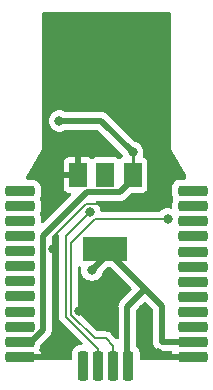
<source format=gbr>
%TF.GenerationSoftware,KiCad,Pcbnew,7.0.10*%
%TF.CreationDate,2024-05-20T02:41:19+05:30*%
%TF.ProjectId,nico-ch32v003-v1,6e69636f-2d63-4683-9332-763030332d76,rev?*%
%TF.SameCoordinates,Original*%
%TF.FileFunction,Copper,L2,Bot*%
%TF.FilePolarity,Positive*%
%FSLAX46Y46*%
G04 Gerber Fmt 4.6, Leading zero omitted, Abs format (unit mm)*
G04 Created by KiCad (PCBNEW 7.0.10) date 2024-05-20 02:41:19*
%MOMM*%
%LPD*%
G01*
G04 APERTURE LIST*
G04 Aperture macros list*
%AMRoundRect*
0 Rectangle with rounded corners*
0 $1 Rounding radius*
0 $2 $3 $4 $5 $6 $7 $8 $9 X,Y pos of 4 corners*
0 Add a 4 corners polygon primitive as box body*
4,1,4,$2,$3,$4,$5,$6,$7,$8,$9,$2,$3,0*
0 Add four circle primitives for the rounded corners*
1,1,$1+$1,$2,$3*
1,1,$1+$1,$4,$5*
1,1,$1+$1,$6,$7*
1,1,$1+$1,$8,$9*
0 Add four rect primitives between the rounded corners*
20,1,$1+$1,$2,$3,$4,$5,0*
20,1,$1+$1,$4,$5,$6,$7,0*
20,1,$1+$1,$6,$7,$8,$9,0*
20,1,$1+$1,$8,$9,$2,$3,0*%
G04 Aperture macros list end*
%TA.AperFunction,SMDPad,CuDef*%
%ADD10R,1.500000X2.000000*%
%TD*%
%TA.AperFunction,SMDPad,CuDef*%
%ADD11R,3.800000X2.000000*%
%TD*%
%TA.AperFunction,ComponentPad*%
%ADD12RoundRect,0.225000X-0.225000X1.025000X-0.225000X-1.025000X0.225000X-1.025000X0.225000X1.025000X0*%
%TD*%
%TA.AperFunction,ComponentPad*%
%ADD13RoundRect,0.225000X1.025000X0.225000X-1.025000X0.225000X-1.025000X-0.225000X1.025000X-0.225000X0*%
%TD*%
%TA.AperFunction,ComponentPad*%
%ADD14RoundRect,0.225000X-1.025000X-0.225000X1.025000X-0.225000X1.025000X0.225000X-1.025000X0.225000X0*%
%TD*%
%TA.AperFunction,ViaPad*%
%ADD15C,0.800000*%
%TD*%
%TA.AperFunction,Conductor*%
%ADD16C,0.500000*%
%TD*%
%TA.AperFunction,Conductor*%
%ADD17C,0.200000*%
%TD*%
%TA.AperFunction,Conductor*%
%ADD18C,0.250000*%
%TD*%
G04 APERTURE END LIST*
D10*
%TO.P,U2,1,GND*%
%TO.N,GND*%
X98636800Y-60376800D03*
%TO.P,U2,2,VO*%
%TO.N,+3.3V*%
X100936800Y-60376800D03*
D11*
X100936800Y-66676800D03*
D10*
%TO.P,U2,3,VI*%
%TO.N,+5V*%
X103236800Y-60376800D03*
%TD*%
D12*
%TO.P,J4,1,Pin_1*%
%TO.N,+3.3V*%
X102880000Y-76550000D03*
%TO.P,J4,2,Pin_2*%
%TO.N,PD1*%
X101610000Y-76550000D03*
%TO.P,J4,3,Pin_3*%
%TO.N,PD6*%
X100340000Y-76550000D03*
%TO.P,J4,4,Pin_4*%
%TO.N,GND*%
X99070000Y-76550000D03*
%TD*%
D13*
%TO.P,J3,1,Pin_1*%
%TO.N,GND*%
X93706000Y-75820000D03*
%TO.P,J3,2,Pin_2*%
%TO.N,+5V*%
X93686000Y-74510000D03*
%TO.P,J3,3,Pin_3*%
%TO.N,PC0*%
X93686000Y-73240000D03*
%TO.P,J3,4,Pin_4*%
%TO.N,+3.3V*%
X93686000Y-71970000D03*
%TO.P,J3,5,Pin_5*%
%TO.N,PD0*%
X93716000Y-70660000D03*
%TO.P,J3,6,Pin_6*%
%TO.N,GND*%
X93716000Y-69390000D03*
%TO.P,J3,7,Pin_7*%
%TO.N,OSCO*%
X93716000Y-68120000D03*
%TO.P,J3,8,Pin_8*%
%TO.N,OSCI*%
X93716000Y-66850000D03*
%TO.P,J3,9,Pin_9*%
%TO.N,PD7*%
X93716000Y-65580000D03*
%TO.P,J3,10,Pin_10*%
%TO.N,PD6*%
X93716000Y-64310000D03*
%TO.P,J3,11,Pin_11*%
%TO.N,DFZ*%
X93716000Y-63040000D03*
%TO.P,J3,12,Pin_12*%
%TO.N,D-*%
X93716000Y-61770000D03*
%TD*%
D14*
%TO.P,J2,1,Pin_1*%
%TO.N,D+*%
X108336000Y-61720000D03*
%TO.P,J2,2,Pin_2*%
%TO.N,PD2*%
X108356000Y-63030000D03*
%TO.P,J2,3,Pin_3*%
%TO.N,PD1*%
X108356000Y-64300000D03*
%TO.P,J2,4,Pin_4*%
%TO.N,PC7*%
X108356000Y-65570000D03*
%TO.P,J2,5,Pin_5*%
%TO.N,PC6*%
X108326000Y-66880000D03*
%TO.P,J2,6,Pin_6*%
%TO.N,PC5*%
X108326000Y-68150000D03*
%TO.P,J2,7,Pin_7*%
%TO.N,PC4*%
X108326000Y-69420000D03*
%TO.P,J2,8,Pin_8*%
%TO.N,PC3*%
X108326000Y-70690000D03*
%TO.P,J2,9,Pin_9*%
%TO.N,PC2*%
X108326000Y-71960000D03*
%TO.P,J2,10,Pin_10*%
%TO.N,PC1*%
X108326000Y-73230000D03*
%TO.P,J2,11,Pin_11*%
%TO.N,+3.3V*%
X108326000Y-74500000D03*
%TO.P,J2,12,Pin_12*%
%TO.N,GND*%
X108326000Y-75770000D03*
%TD*%
D15*
%TO.N,GND*%
X97110000Y-75210000D03*
X105420000Y-75470000D03*
X105420000Y-61480000D03*
%TO.N,PD6*%
X99614392Y-63509257D03*
%TO.N,PD1*%
X106200000Y-64110000D03*
%TO.N,+5V*%
X97039200Y-55804800D03*
X103236800Y-58446400D03*
%TO.N,GND*%
X104151200Y-71756000D03*
X96480400Y-66625200D03*
X100114400Y-72416400D03*
X98715600Y-71857600D03*
X104964000Y-55855600D03*
X98461600Y-58395600D03*
X101814400Y-70216400D03*
%TO.N,+3.3V*%
X99782400Y-68454000D03*
%TD*%
D16*
%TO.N,+3.3V*%
X102790000Y-75697000D02*
X102880000Y-75787000D01*
X102790000Y-71520000D02*
X102790000Y-75697000D01*
X104285000Y-70025000D02*
X102790000Y-71520000D01*
X105723118Y-74530000D02*
X107525006Y-74530000D01*
X105723118Y-71463118D02*
X105723118Y-74530000D01*
X100936800Y-66676800D02*
X105723118Y-71463118D01*
D17*
%TO.N,GND*%
X104090743Y-62809257D02*
X105420000Y-61480000D01*
X99324442Y-62809257D02*
X104090743Y-62809257D01*
X96480400Y-65653299D02*
X99324442Y-62809257D01*
X96480400Y-66625200D02*
X96480400Y-65653299D01*
%TO.N,PD6*%
X100340000Y-75116990D02*
X100340000Y-75937000D01*
X97615600Y-72392590D02*
X100340000Y-75116990D01*
X97615600Y-65508049D02*
X97615600Y-72392590D01*
X99614392Y-63509257D02*
X97615600Y-65508049D01*
%TO.N,PD1*%
X101610000Y-74880000D02*
X101610000Y-75937000D01*
X100008696Y-74220000D02*
X100950000Y-74220000D01*
X98015600Y-72226904D02*
X100008696Y-74220000D01*
X98015600Y-66154400D02*
X98015600Y-72226904D01*
X100060000Y-64110000D02*
X98015600Y-66154400D01*
X100950000Y-74220000D02*
X101610000Y-74880000D01*
X106200000Y-64110000D02*
X100060000Y-64110000D01*
D16*
%TO.N,+5V*%
X95630400Y-73506428D02*
X94619129Y-74517699D01*
X95630400Y-65539600D02*
X95630400Y-73506428D01*
X102136800Y-61826800D02*
X99343200Y-61826800D01*
X99343200Y-61826800D02*
X95630400Y-65539600D01*
X94619129Y-74517699D02*
X94503790Y-74517699D01*
X103236800Y-60376800D02*
X103236800Y-60726800D01*
X103236800Y-60726800D02*
X102136800Y-61826800D01*
X97039200Y-55804800D02*
X100595200Y-55804800D01*
X100595200Y-55804800D02*
X103236800Y-58446400D01*
D18*
X103236800Y-60376800D02*
X103236800Y-58446400D01*
%TO.N,GND*%
X98636800Y-60376800D02*
X98636800Y-58570800D01*
X98636800Y-58570800D02*
X98461600Y-58395600D01*
D16*
%TO.N,+3.3V*%
X100936800Y-67299600D02*
X99782400Y-68454000D01*
%TD*%
%TA.AperFunction,Conductor*%
%TO.N,GND*%
G36*
X96929791Y-65404089D02*
G01*
X96985724Y-65445961D01*
X97009396Y-65504085D01*
X97014039Y-65539350D01*
X97015100Y-65555536D01*
X97015100Y-72345102D01*
X97014039Y-72361287D01*
X97009918Y-72392588D01*
X97009918Y-72392590D01*
X97015100Y-72431950D01*
X97015100Y-72431951D01*
X97030555Y-72549350D01*
X97030556Y-72549352D01*
X97091064Y-72695431D01*
X97187318Y-72820872D01*
X97187319Y-72820873D01*
X97212369Y-72840094D01*
X97224564Y-72850789D01*
X98962094Y-74588319D01*
X98995579Y-74649642D01*
X98990595Y-74719334D01*
X98948723Y-74775267D01*
X98883259Y-74799684D01*
X98874415Y-74800000D01*
X98796693Y-74800000D01*
X98796676Y-74800001D01*
X98697392Y-74810144D01*
X98536518Y-74863452D01*
X98536507Y-74863457D01*
X98392271Y-74952424D01*
X98392267Y-74952427D01*
X98272427Y-75072267D01*
X98272424Y-75072271D01*
X98183457Y-75216507D01*
X98183452Y-75216518D01*
X98130144Y-75377393D01*
X98120000Y-75476677D01*
X98120000Y-75912500D01*
X98100315Y-75979539D01*
X98047511Y-76025294D01*
X97996000Y-76036500D01*
X94381748Y-76036500D01*
X94314709Y-76016815D01*
X94268954Y-75964011D01*
X94257748Y-75912808D01*
X94257206Y-75694308D01*
X94276725Y-75627220D01*
X94329415Y-75581334D01*
X94381206Y-75570000D01*
X95455999Y-75570000D01*
X95455999Y-75546692D01*
X95455998Y-75546677D01*
X95445855Y-75447392D01*
X95392547Y-75286518D01*
X95392542Y-75286507D01*
X95348041Y-75214360D01*
X95329600Y-75146968D01*
X95348042Y-75084164D01*
X95355381Y-75072267D01*
X95373003Y-75043697D01*
X95426349Y-74882708D01*
X95434480Y-74803114D01*
X95460876Y-74738423D01*
X95470148Y-74728045D01*
X96116042Y-74082152D01*
X96129657Y-74070386D01*
X96148930Y-74056038D01*
X96180783Y-74018076D01*
X96188071Y-74010122D01*
X96191990Y-74006205D01*
X96211211Y-73981895D01*
X96213494Y-73979092D01*
X96215835Y-73976303D01*
X96261702Y-73921642D01*
X96261703Y-73921639D01*
X96265672Y-73915607D01*
X96265723Y-73915640D01*
X96269769Y-73909288D01*
X96269717Y-73909256D01*
X96273505Y-73903111D01*
X96273511Y-73903105D01*
X96305229Y-73835083D01*
X96306769Y-73831904D01*
X96340440Y-73764861D01*
X96340443Y-73764845D01*
X96342910Y-73758072D01*
X96342968Y-73758093D01*
X96345443Y-73750974D01*
X96345385Y-73750955D01*
X96347655Y-73744105D01*
X96347656Y-73744101D01*
X96362831Y-73670599D01*
X96363586Y-73667195D01*
X96380900Y-73594149D01*
X96380900Y-73594147D01*
X96380901Y-73594143D01*
X96381739Y-73586976D01*
X96381797Y-73586982D01*
X96382564Y-73579484D01*
X96382504Y-73579479D01*
X96383133Y-73572288D01*
X96380952Y-73497317D01*
X96380900Y-73493711D01*
X96380900Y-65901828D01*
X96400585Y-65834789D01*
X96417214Y-65814152D01*
X96798777Y-65432589D01*
X96860099Y-65399105D01*
X96929791Y-65404089D01*
G37*
%TD.AperFunction*%
%TA.AperFunction,Conductor*%
G36*
X104328333Y-71145547D02*
G01*
X104372680Y-71174048D01*
X104936299Y-71737667D01*
X104969784Y-71798990D01*
X104972618Y-71825348D01*
X104972618Y-74504554D01*
X104972408Y-74511764D01*
X104968786Y-74573933D01*
X104968787Y-74573935D01*
X104979600Y-74635263D01*
X104980645Y-74642396D01*
X104987875Y-74704249D01*
X104987879Y-74704264D01*
X104991712Y-74714795D01*
X104997304Y-74735664D01*
X104999251Y-74746708D01*
X104999252Y-74746710D01*
X105012362Y-74777102D01*
X105023919Y-74803896D01*
X105026577Y-74810585D01*
X105047880Y-74869116D01*
X105054042Y-74878484D01*
X105064297Y-74897504D01*
X105068738Y-74907799D01*
X105068742Y-74907806D01*
X105105932Y-74957760D01*
X105110058Y-74963652D01*
X105144288Y-75015696D01*
X105152448Y-75023395D01*
X105166808Y-75039531D01*
X105173508Y-75048530D01*
X105215975Y-75084164D01*
X105221220Y-75088565D01*
X105226609Y-75093362D01*
X105271896Y-75136090D01*
X105271898Y-75136090D01*
X105271900Y-75136092D01*
X105281607Y-75141696D01*
X105299313Y-75154094D01*
X105307904Y-75161302D01*
X105307905Y-75161302D01*
X105307907Y-75161304D01*
X105363556Y-75189251D01*
X105369882Y-75192661D01*
X105423837Y-75223812D01*
X105434581Y-75227028D01*
X105454662Y-75235006D01*
X105464685Y-75240040D01*
X105478428Y-75243297D01*
X105525292Y-75254405D01*
X105532254Y-75256270D01*
X105591908Y-75274130D01*
X105603096Y-75274781D01*
X105624490Y-75277914D01*
X105635397Y-75280500D01*
X105697673Y-75280500D01*
X105704882Y-75280709D01*
X105767053Y-75284331D01*
X105778095Y-75282384D01*
X105799627Y-75280500D01*
X106460772Y-75280500D01*
X106527811Y-75300185D01*
X106573566Y-75352989D01*
X106584130Y-75417102D01*
X106576000Y-75496675D01*
X106576000Y-75520000D01*
X107649756Y-75520000D01*
X107716795Y-75539685D01*
X107762550Y-75592489D01*
X107773756Y-75644084D01*
X107773586Y-75896084D01*
X107753856Y-75963110D01*
X107701021Y-76008829D01*
X107649586Y-76020000D01*
X106559524Y-76020000D01*
X106534497Y-76033666D01*
X106508139Y-76036500D01*
X103954499Y-76036500D01*
X103887460Y-76016815D01*
X103841705Y-75964011D01*
X103830499Y-75912500D01*
X103830499Y-75476662D01*
X103830498Y-75476644D01*
X103820349Y-75377292D01*
X103820348Y-75377289D01*
X103812296Y-75352989D01*
X103767003Y-75216303D01*
X103766999Y-75216297D01*
X103766998Y-75216294D01*
X103677970Y-75071959D01*
X103677967Y-75071955D01*
X103576819Y-74970807D01*
X103543334Y-74909484D01*
X103540500Y-74883126D01*
X103540500Y-71882228D01*
X103560185Y-71815189D01*
X103576815Y-71794551D01*
X104197318Y-71174047D01*
X104258641Y-71140563D01*
X104328333Y-71145547D01*
G37*
%TD.AperFunction*%
%TA.AperFunction,Conductor*%
G36*
X98785690Y-68118752D02*
G01*
X98786159Y-68117496D01*
X98794467Y-68120594D01*
X98794469Y-68120596D01*
X98817612Y-68129227D01*
X98873544Y-68171097D01*
X98897962Y-68236561D01*
X98896406Y-68259175D01*
X98897406Y-68259281D01*
X98896727Y-68265740D01*
X98896726Y-68265744D01*
X98876940Y-68454000D01*
X98896726Y-68642256D01*
X98896727Y-68642259D01*
X98955218Y-68822277D01*
X98955221Y-68822284D01*
X99049867Y-68986216D01*
X99125756Y-69070499D01*
X99176529Y-69126888D01*
X99329665Y-69238148D01*
X99329670Y-69238151D01*
X99502592Y-69315142D01*
X99502597Y-69315144D01*
X99687754Y-69354500D01*
X99687755Y-69354500D01*
X99877044Y-69354500D01*
X99877046Y-69354500D01*
X100062203Y-69315144D01*
X100235130Y-69238151D01*
X100388271Y-69126888D01*
X100514933Y-68986216D01*
X100609579Y-68822284D01*
X100664922Y-68651955D01*
X100695169Y-68602597D01*
X101084148Y-68213617D01*
X101145471Y-68180133D01*
X101171829Y-68177299D01*
X101324569Y-68177299D01*
X101391608Y-68196984D01*
X101412250Y-68213618D01*
X103135950Y-69937318D01*
X103169435Y-69998641D01*
X103164451Y-70068333D01*
X103135950Y-70112680D01*
X102304358Y-70944272D01*
X102290729Y-70956051D01*
X102271469Y-70970390D01*
X102239632Y-71008331D01*
X102232346Y-71016284D01*
X102228407Y-71020224D01*
X102209176Y-71044545D01*
X102206902Y-71047337D01*
X102158694Y-71104790D01*
X102154729Y-71110819D01*
X102154682Y-71110788D01*
X102150630Y-71117147D01*
X102150679Y-71117177D01*
X102146889Y-71123321D01*
X102115192Y-71191294D01*
X102113623Y-71194536D01*
X102079957Y-71261572D01*
X102077488Y-71268357D01*
X102077432Y-71268336D01*
X102074960Y-71275450D01*
X102075015Y-71275469D01*
X102072743Y-71282325D01*
X102057573Y-71355788D01*
X102056793Y-71359304D01*
X102039499Y-71432279D01*
X102038661Y-71439454D01*
X102038601Y-71439447D01*
X102037835Y-71446945D01*
X102037895Y-71446951D01*
X102037265Y-71454140D01*
X102039448Y-71529128D01*
X102039500Y-71532735D01*
X102039500Y-74160903D01*
X102019815Y-74227942D01*
X101967011Y-74273697D01*
X101897853Y-74283641D01*
X101834297Y-74254616D01*
X101827819Y-74248584D01*
X101408199Y-73828964D01*
X101397503Y-73816767D01*
X101378286Y-73791722D01*
X101378283Y-73791720D01*
X101378282Y-73791718D01*
X101252841Y-73695464D01*
X101106762Y-73634956D01*
X101106760Y-73634955D01*
X100989361Y-73619500D01*
X100950000Y-73614318D01*
X100918697Y-73618439D01*
X100902513Y-73619500D01*
X100308793Y-73619500D01*
X100241754Y-73599815D01*
X100221112Y-73583181D01*
X98652419Y-72014488D01*
X98618934Y-71953165D01*
X98616100Y-71926807D01*
X98616100Y-68232190D01*
X98635785Y-68165151D01*
X98688589Y-68119396D01*
X98757747Y-68109452D01*
X98785690Y-68118752D01*
G37*
%TD.AperFunction*%
%TA.AperFunction,Conductor*%
G36*
X106406339Y-46603585D02*
G01*
X106452094Y-46656389D01*
X106463300Y-46707900D01*
X106463300Y-57942943D01*
X106462245Y-57959087D01*
X106458266Y-57989388D01*
X106468085Y-58063794D01*
X106468087Y-58063832D01*
X106468090Y-58063832D01*
X106478320Y-58141539D01*
X106478361Y-58141689D01*
X106478367Y-58141705D01*
X106478368Y-58141706D01*
X106508017Y-58213222D01*
X106508025Y-58213260D01*
X106508032Y-58213258D01*
X106537111Y-58283462D01*
X106537114Y-58283467D01*
X106555717Y-58307711D01*
X106564708Y-58321163D01*
X107767338Y-60402640D01*
X107783971Y-60464757D01*
X107783850Y-60645583D01*
X107764121Y-60712609D01*
X107711286Y-60758329D01*
X107659850Y-60769500D01*
X107262662Y-60769500D01*
X107262644Y-60769501D01*
X107163292Y-60779650D01*
X107163289Y-60779651D01*
X107002305Y-60832996D01*
X107002294Y-60833001D01*
X106857959Y-60922029D01*
X106857955Y-60922032D01*
X106738032Y-61041955D01*
X106738029Y-61041959D01*
X106649001Y-61186294D01*
X106648996Y-61186305D01*
X106595651Y-61347290D01*
X106585500Y-61446647D01*
X106585500Y-61993337D01*
X106585502Y-61993352D01*
X106595650Y-62092707D01*
X106595651Y-62092710D01*
X106648996Y-62253694D01*
X106648997Y-62253697D01*
X106693665Y-62326115D01*
X106712106Y-62393505D01*
X106693666Y-62456307D01*
X106669001Y-62496296D01*
X106668996Y-62496305D01*
X106615651Y-62657290D01*
X106605500Y-62756647D01*
X106605500Y-63122446D01*
X106585815Y-63189485D01*
X106533011Y-63235240D01*
X106463853Y-63245184D01*
X106455720Y-63243737D01*
X106449325Y-63242377D01*
X106294646Y-63209500D01*
X106105354Y-63209500D01*
X106072897Y-63216398D01*
X105920197Y-63248855D01*
X105920192Y-63248857D01*
X105747270Y-63325848D01*
X105747265Y-63325851D01*
X105594135Y-63437106D01*
X105594128Y-63437112D01*
X105565891Y-63468473D01*
X105506405Y-63505121D01*
X105473742Y-63509500D01*
X100631528Y-63509500D01*
X100564489Y-63489815D01*
X100518734Y-63437011D01*
X100508207Y-63398462D01*
X100500066Y-63321001D01*
X100441571Y-63140973D01*
X100346925Y-62977041D01*
X100220263Y-62836369D01*
X100172431Y-62801617D01*
X100129767Y-62746288D01*
X100123788Y-62676674D01*
X100156394Y-62614879D01*
X100217233Y-62580522D01*
X100245318Y-62577300D01*
X102073095Y-62577300D01*
X102091065Y-62578609D01*
X102114823Y-62582089D01*
X102164169Y-62577771D01*
X102174976Y-62577300D01*
X102180504Y-62577300D01*
X102180509Y-62577300D01*
X102211356Y-62573693D01*
X102214830Y-62573339D01*
X102289597Y-62566799D01*
X102289605Y-62566796D01*
X102296666Y-62565339D01*
X102296678Y-62565398D01*
X102304043Y-62563765D01*
X102304029Y-62563706D01*
X102311049Y-62562041D01*
X102311055Y-62562041D01*
X102381579Y-62536372D01*
X102384917Y-62535212D01*
X102456134Y-62511614D01*
X102456142Y-62511608D01*
X102462682Y-62508560D01*
X102462708Y-62508616D01*
X102469490Y-62505332D01*
X102469463Y-62505278D01*
X102475913Y-62502038D01*
X102475917Y-62502037D01*
X102538637Y-62460784D01*
X102541532Y-62458940D01*
X102605456Y-62419512D01*
X102605462Y-62419505D01*
X102611125Y-62415029D01*
X102611163Y-62415077D01*
X102617000Y-62410322D01*
X102616961Y-62410275D01*
X102622491Y-62405633D01*
X102622496Y-62405630D01*
X102673984Y-62351054D01*
X102676431Y-62348535D01*
X103111349Y-61913618D01*
X103172672Y-61880133D01*
X103199030Y-61877299D01*
X104034671Y-61877299D01*
X104034672Y-61877299D01*
X104094283Y-61870891D01*
X104229131Y-61820596D01*
X104344346Y-61734346D01*
X104430596Y-61619131D01*
X104480891Y-61484283D01*
X104487300Y-61424673D01*
X104487299Y-59328928D01*
X104480891Y-59269317D01*
X104430684Y-59134706D01*
X104430597Y-59134471D01*
X104430593Y-59134464D01*
X104344347Y-59019255D01*
X104344344Y-59019252D01*
X104229135Y-58933006D01*
X104229130Y-58933003D01*
X104158849Y-58906790D01*
X104102916Y-58864918D01*
X104078499Y-58799454D01*
X104084252Y-58752290D01*
X104122474Y-58634656D01*
X104142260Y-58446400D01*
X104122474Y-58258144D01*
X104063979Y-58078116D01*
X103969333Y-57914184D01*
X103842671Y-57773512D01*
X103842670Y-57773511D01*
X103689534Y-57662251D01*
X103689529Y-57662248D01*
X103516607Y-57585257D01*
X103516602Y-57585255D01*
X103451469Y-57571411D01*
X103389987Y-57538218D01*
X103389569Y-57537802D01*
X101170929Y-55319161D01*
X101159149Y-55305530D01*
X101144810Y-55286270D01*
X101106851Y-55254419D01*
X101098886Y-55247118D01*
X101094980Y-55243211D01*
X101070643Y-55223968D01*
X101067847Y-55221690D01*
X101010414Y-55173498D01*
X101004380Y-55169529D01*
X101004412Y-55169480D01*
X100998053Y-55165428D01*
X100998022Y-55165479D01*
X100991880Y-55161691D01*
X100991878Y-55161690D01*
X100991877Y-55161689D01*
X100923888Y-55129984D01*
X100920647Y-55128415D01*
X100889730Y-55112888D01*
X100853633Y-55094760D01*
X100853631Y-55094759D01*
X100853630Y-55094759D01*
X100846845Y-55092289D01*
X100846865Y-55092233D01*
X100839749Y-55089759D01*
X100839731Y-55089815D01*
X100832874Y-55087543D01*
X100759410Y-55072373D01*
X100755893Y-55071593D01*
X100682918Y-55054299D01*
X100675747Y-55053461D01*
X100675753Y-55053401D01*
X100668255Y-55052635D01*
X100668250Y-55052695D01*
X100661060Y-55052065D01*
X100586070Y-55054248D01*
X100582463Y-55054300D01*
X97578537Y-55054300D01*
X97511498Y-55034615D01*
X97505652Y-55030618D01*
X97491934Y-55020651D01*
X97491929Y-55020648D01*
X97319007Y-54943657D01*
X97319002Y-54943655D01*
X97173201Y-54912665D01*
X97133846Y-54904300D01*
X96944554Y-54904300D01*
X96912097Y-54911198D01*
X96759397Y-54943655D01*
X96759392Y-54943657D01*
X96586470Y-55020648D01*
X96586465Y-55020651D01*
X96433329Y-55131911D01*
X96306666Y-55272585D01*
X96212021Y-55436515D01*
X96212018Y-55436522D01*
X96153527Y-55616540D01*
X96153526Y-55616544D01*
X96133740Y-55804800D01*
X96153526Y-55993056D01*
X96153527Y-55993059D01*
X96212018Y-56173077D01*
X96212021Y-56173084D01*
X96306667Y-56337016D01*
X96433329Y-56477688D01*
X96586465Y-56588948D01*
X96586470Y-56588951D01*
X96759392Y-56665942D01*
X96759397Y-56665944D01*
X96944554Y-56705300D01*
X96944555Y-56705300D01*
X97133844Y-56705300D01*
X97133846Y-56705300D01*
X97319003Y-56665944D01*
X97491930Y-56588951D01*
X97493976Y-56587464D01*
X97505652Y-56578982D01*
X97571458Y-56555502D01*
X97578537Y-56555300D01*
X100232970Y-56555300D01*
X100300009Y-56574985D01*
X100320651Y-56591619D01*
X102324028Y-58594995D01*
X102354278Y-58644358D01*
X102389347Y-58752290D01*
X102391342Y-58822131D01*
X102355262Y-58881964D01*
X102314750Y-58906790D01*
X102244470Y-58933003D01*
X102244469Y-58933003D01*
X102161111Y-58995406D01*
X102095647Y-59019823D01*
X102027374Y-59004972D01*
X102012489Y-58995406D01*
X101929130Y-58933003D01*
X101929128Y-58933002D01*
X101794282Y-58882708D01*
X101794283Y-58882708D01*
X101734683Y-58876301D01*
X101734681Y-58876300D01*
X101734673Y-58876300D01*
X101734664Y-58876300D01*
X100138929Y-58876300D01*
X100138923Y-58876301D01*
X100079316Y-58882708D01*
X99944471Y-58933002D01*
X99944469Y-58933004D01*
X99860694Y-58995718D01*
X99795230Y-59020135D01*
X99726957Y-59005284D01*
X99712072Y-58995718D01*
X99628888Y-58933446D01*
X99628886Y-58933445D01*
X99494179Y-58883203D01*
X99494172Y-58883201D01*
X99434644Y-58876800D01*
X98886800Y-58876800D01*
X98886800Y-60502800D01*
X98867115Y-60569839D01*
X98814311Y-60615594D01*
X98762800Y-60626800D01*
X97386800Y-60626800D01*
X97386800Y-61424644D01*
X97393201Y-61484172D01*
X97393203Y-61484179D01*
X97443445Y-61618886D01*
X97443449Y-61618893D01*
X97529609Y-61733987D01*
X97529612Y-61733990D01*
X97644706Y-61820150D01*
X97644713Y-61820154D01*
X97779420Y-61870396D01*
X97779427Y-61870398D01*
X97838955Y-61876799D01*
X97838972Y-61876800D01*
X97932469Y-61876800D01*
X97999508Y-61896485D01*
X98045263Y-61949289D01*
X98055207Y-62018447D01*
X98026182Y-62082003D01*
X98020150Y-62088481D01*
X95678180Y-64430450D01*
X95616857Y-64463935D01*
X95547165Y-64458951D01*
X95491232Y-64417079D01*
X95466815Y-64351615D01*
X95466499Y-64342784D01*
X95466499Y-64036656D01*
X95456349Y-63937292D01*
X95403003Y-63776303D01*
X95380670Y-63740096D01*
X95362229Y-63672707D01*
X95380670Y-63609903D01*
X95403003Y-63573697D01*
X95456349Y-63412708D01*
X95466500Y-63313345D01*
X95466499Y-62766656D01*
X95465477Y-62756655D01*
X95456349Y-62667292D01*
X95456348Y-62667289D01*
X95438981Y-62614879D01*
X95403003Y-62506303D01*
X95380670Y-62470096D01*
X95362229Y-62402707D01*
X95380670Y-62339903D01*
X95403003Y-62303697D01*
X95456349Y-62142708D01*
X95466500Y-62043345D01*
X95466499Y-61496656D01*
X95465224Y-61484179D01*
X95456349Y-61397292D01*
X95456348Y-61397289D01*
X95439780Y-61347290D01*
X95403003Y-61236303D01*
X95402999Y-61236297D01*
X95402998Y-61236294D01*
X95313970Y-61091959D01*
X95313967Y-61091955D01*
X95194044Y-60972032D01*
X95194040Y-60972029D01*
X95049705Y-60883001D01*
X95049699Y-60882998D01*
X95049697Y-60882997D01*
X95049694Y-60882996D01*
X94888709Y-60829651D01*
X94789352Y-60819500D01*
X94789345Y-60819500D01*
X94369432Y-60819500D01*
X94302393Y-60799815D01*
X94256638Y-60747011D01*
X94245432Y-60695411D01*
X94245481Y-60626800D01*
X94245584Y-60484127D01*
X94260150Y-60425907D01*
X94358649Y-60241060D01*
X94360689Y-60237388D01*
X94424584Y-60126800D01*
X97386800Y-60126800D01*
X98386800Y-60126800D01*
X98386800Y-58876800D01*
X97838955Y-58876800D01*
X97779427Y-58883201D01*
X97779420Y-58883203D01*
X97644713Y-58933445D01*
X97644706Y-58933449D01*
X97529612Y-59019609D01*
X97529609Y-59019612D01*
X97443449Y-59134706D01*
X97443445Y-59134713D01*
X97393203Y-59269420D01*
X97393201Y-59269427D01*
X97386800Y-59328955D01*
X97386800Y-60126800D01*
X94424584Y-60126800D01*
X95438500Y-58371946D01*
X95447478Y-58358515D01*
X95466086Y-58334267D01*
X95495167Y-58264057D01*
X95524832Y-58192506D01*
X95524832Y-58192498D01*
X95524877Y-58192332D01*
X95524881Y-58192324D01*
X95535109Y-58114632D01*
X95544934Y-58040189D01*
X95540955Y-58009887D01*
X95539900Y-57993743D01*
X95539900Y-46707900D01*
X95559585Y-46640861D01*
X95612389Y-46595106D01*
X95663900Y-46583900D01*
X106339300Y-46583900D01*
X106406339Y-46603585D01*
G37*
%TD.AperFunction*%
%TD*%
M02*

</source>
